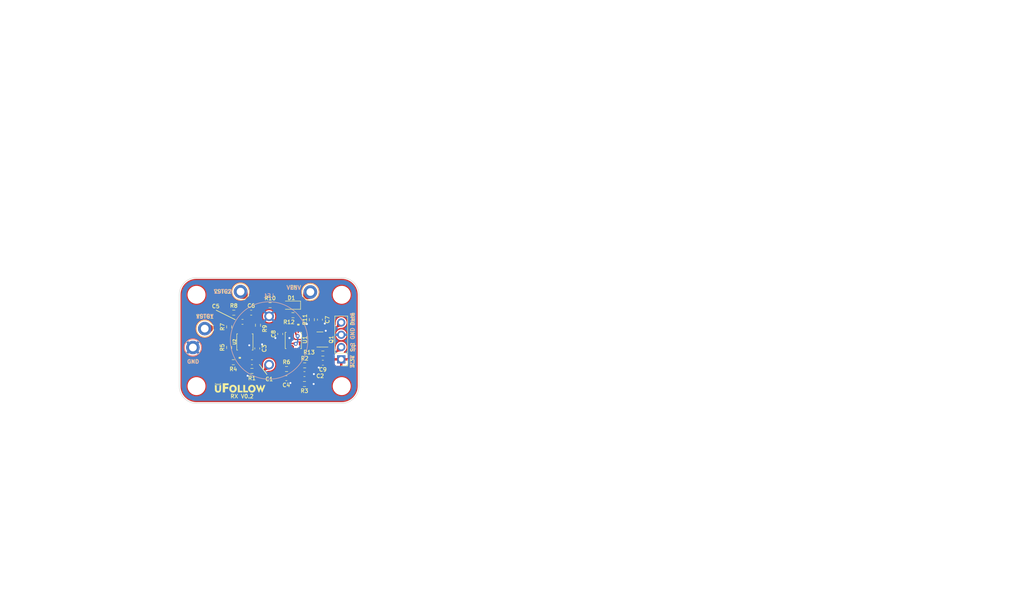
<source format=kicad_pcb>
(kicad_pcb (version 20221018) (generator pcbnew)
  (layers (0 "F.Cu" signal) (31 "B.Cu" signal) (34 "B.Paste" user) (35 "F.Paste" user) (36 "B.SilkS" user "B.Silkscreen") (37 "F.SilkS" user "F.Silkscreen") (38 "B.Mask" user) (39 "F.Mask" user) (44 "Edge.Cuts" user))
  (net 0 "")
  (net 1 "Net-(C1-Pad1)")
  (net 2 "Net-(C1-Pad2)")
  (net 3 "Net-(U1B-+)")
  (net 4 "+3V3")
  (net 5 "Net-(C5-Pad1)")
  (net 6 "Net-(U2B--)")
  (net 7 "Net-(C6-Pad2)")
  (net 8 "Net-(D1-K)")
  (net 9 "Net-(D1-A)")
  (net 10 "/SQUELCH")
  (net 11 "/SIGNALOUT")
  (net 12 "Net-(Q1-B)")
  (net 13 "Net-(Q1-C)")
  (net 14 "Net-(U2A--)")
  (net 15 "Net-(R5-Pad2)")
  (net 16 "Net-(U1B--)")
  (net 17 "VHALF")
  (net 18 "GNDREF")
  (footprint "uFinder:TLV9002SIDGSR" (layer "F.Cu") (at 94.99 100.31 90)
    (fp_text reference "U2" (at 0.01 -2.14 90) (layer "F.SilkS") (effects (font (size 0.6 0.6))))
    (fp_text value "TLV9052SIDGSR" hide)
    (pad "1" smd rect (at -2.213348 -1.000001 90) (size 1.327899 0.2794) (layers "F.Cu" "F.Paste" "F.Mask") (net 15 "Net-(R5-Pad2)"))
    (pad "2" smd rect (at -2.213348 -0.499999 90) (size 1.327899 0.2794) (layers "F.Cu" "F.Paste" "F.Mask") (net 14 "Net-(U2A--)"))
    (pad "3" smd rect (at -2.213348 0 90) (size 1.327899 0.2794) (layers "F.Cu" "F.Paste" "F.Mask") (net 17 "VHALF"))
    (pad "4" smd rect (at -2.213348 0.499999 90) (size 1.327899 0.2794) (layers "F.Cu" "F.Paste" "F.Mask") (net 18 "GNDREF"))
    (pad "5" smd rect (at -2.213348 1.000001 90) (size 1.327899 0.2794) (layers "F.Cu" "F.Paste" "F.Mask") (net 4 "+3V3"))
    (pad "6" smd rect (at 2.213348 1.000001 90) (size 1.327899 0.2794) (layers "F.Cu" "F.Paste" "F.Mask") (net 4 "+3V3"))
    (pad "7" smd rect (at 2.213348 0.499999 90) (size 1.327899 0.2794) (layers "F.Cu" "F.Paste" "F.Mask") (net 17 "VHALF"))
    (pad "8" smd rect (at 2.213348 0 90) (size 1.327899 0.2794) (layers "F.Cu" "F.Paste" "F.Mask") (net 6 "Net-(U2B--)"))
    (pad "9" smd rect (at 2.213348 -0.499999 90) (size 1.327899 0.2794) (layers "F.Cu" "F.Paste" "F.Mask") (net 7 "Net-(C6-Pad2)"))
    (pad "10" smd rect (at 2.213348 -1.000001 90) (size 1.327899 0.2794) (layers "F.Cu" "F.Paste" "F.Mask") (net 4 "+3V3"))
  )
  (footprint "Resistor_SMD:R_0603_1608Metric_Pad0.98x0.95mm_HandSolder" (layer "F.Cu") (at 91.75 101.45 90)
    (fp_text reference "R5" (at 0 -1.43 90) (layer "F.SilkS") (effects (font (size 0.8 0.8))))
    (fp_text value "75K")
    (pad "1" smd roundrect (at -0.9125 0 90) (size 0.975 0.95) (layers "F.Cu" "F.Paste" "F.Mask") (net 14 "Net-(U2A--)"))
    (pad "2" smd roundrect (at 0.9125 0 90) (size 0.975 0.95) (layers "F.Cu" "F.Paste" "F.Mask") (net 15 "Net-(R5-Pad2)"))
  )
  (footprint "Package_TO_SOT_SMD:SOT-23" (layer "F.Cu") (at 110.5 99.8 180)
    (fp_text reference "Q1" (at -2.35 0 270) (layer "F.SilkS") (effects (font (size 0.8 0.8))))
    (fp_text value "BC848BLT3G")
    (pad "1" smd roundrect (at -0.9375 -0.95 180) (size 1.475 0.6) (layers "F.Cu" "F.Paste" "F.Mask") (net 12 "Net-(Q1-B)"))
    (pad "2" smd roundrect (at -0.9375 0.95 180) (size 1.475 0.6) (layers "F.Cu" "F.Paste" "F.Mask") (net 18 "GNDREF"))
    (pad "3" smd roundrect (at 0.9375 0 180) (size 1.475 0.6) (layers "F.Cu" "F.Paste" "F.Mask") (net 13 "Net-(Q1-C)"))
  )
  (footprint "uFinder:uFollowLogo" (layer "F.Cu") (at 95.803841 109.5)
    (fp_text reference "L1" hide)
    (fp_text value "~" hide)
  )
  (footprint "Capacitor_SMD:C_0603_1608Metric_Pad1.08x0.95mm_HandSolder" (layer "F.Cu") (at 96.45 104.5 180)
    (fp_text reference "C1" (at -3.575 -3.5 180) (layer "F.SilkS") (effects (font (size 0.8 0.8))))
    (fp_text value "3.3nF")
    (pad "1" smd roundrect (at -0.8625 0 180) (size 1.075 0.95) (layers "F.Cu" "F.Paste" "F.Mask") (net 1 "Net-(C1-Pad1)"))
    (pad "2" smd roundrect (at 0.8625 0 180) (size 1.075 0.95) (layers "F.Cu" "F.Paste" "F.Mask") (net 2 "Net-(C1-Pad2)"))
  )
  (footprint "MountingHole:MountingHole_3.2mm_M3" (layer "F.Cu") (at 85 90.556)
    (fp_text reference "H5" hide)
    (fp_text value "MountingHole" hide)
    (pad "" np_thru_hole circle (at 0 0) (size 3.2 3.2) (drill 3.2) (layers "*.Cu" "*.Mask"))
  )
  (footprint "MountingHole:MountingHole_3.2mm_M3" (layer "F.Cu") (at 85 109.444)
    (fp_text reference "H4" hide)
    (fp_text value "MountingHole" hide)
    (pad "" np_thru_hole circle (at 0 0) (size 3.2 3.2) (drill 3.2) (layers "*.Cu" "*.Mask"))
  )
  (footprint "Resistor_SMD:R_0603_1608Metric_Pad0.98x0.95mm_HandSolder" (layer "F.Cu") (at 108.825 95.7 90)
    (fp_text reference "R11" (at 0 -1.43 90) (layer "F.SilkS") (effects (font (size 0.8 0.8))))
    (fp_text value "75K")
    (pad "1" smd roundrect (at -0.9125 0 90) (size 0.975 0.95) (layers "F.Cu" "F.Paste" "F.Mask") (net 18 "GNDREF"))
    (pad "2" smd roundrect (at 0.9125 0 90) (size 0.975 0.95) (layers "F.Cu" "F.Paste" "F.Mask") (net 8 "Net-(D1-K)"))
  )
  (footprint "Capacitor_SMD:C_0603_1608Metric_Pad1.08x0.95mm_HandSolder" (layer "F.Cu") (at 110.5 95.7 90)
    (fp_text reference "C7" (at 0 1.55 90) (layer "F.SilkS") (effects (font (size 0.8 0.8))))
    (fp_text value "3.3nF")
    (pad "1" smd roundrect (at -0.8625 0 90) (size 1.075 0.95) (layers "F.Cu" "F.Paste" "F.Mask") (net 18 "GNDREF"))
    (pad "2" smd roundrect (at 0.8625 0 90) (size 1.075 0.95) (layers "F.Cu" "F.Paste" "F.Mask") (net 8 "Net-(D1-K)"))
  )
  (footprint "Resistor_SMD:R_0603_1608Metric_Pad0.98x0.95mm_HandSolder" (layer "F.Cu") (at 111.1 102.7)
    (fp_text reference "R13" (at -2.85 -0.25) (layer "F.SilkS") (effects (font (size 0.8 0.8))))
    (fp_text value "10K")
    (pad "1" smd roundrect (at -0.9125 0) (size 0.975 0.95) (layers "F.Cu" "F.Paste" "F.Mask") (net 12 "Net-(Q1-B)"))
    (pad "2" smd roundrect (at 0.9125 0) (size 0.975 0.95) (layers "F.Cu" "F.Paste" "F.Mask") (net 10 "/SQUELCH"))
  )
  (footprint "TestPoint:TestPoint_Keystone_5005-5009_Compact" (layer "F.Cu") (at 86.7 97.55)
    (fp_text reference "TP1" hide)
    (fp_text value "TestPoint")
    (pad "1" thru_hole circle (at 0 0) (size 2.8 2.8) (drill 1.6) (layers "*.Cu" "*.Mask") (net 15 "Net-(R5-Pad2)"))
  )
  (footprint "Resistor_SMD:R_0603_1608Metric_Pad0.98x0.95mm_HandSolder" (layer "F.Cu") (at 103.6 105.9)
    (fp_text reference "R6" (at 0 -1.43) (layer "F.SilkS") (effects (font (size 0.8 0.8))))
    (fp_text value "1K")
    (pad "1" smd roundrect (at -0.9125 0) (size 0.975 0.95) (layers "F.Cu" "F.Paste" "F.Mask") (net 17 "VHALF"))
    (pad "2" smd roundrect (at 0.9125 0) (size 0.975 0.95) (layers "F.Cu" "F.Paste" "F.Mask") (net 16 "Net-(U1B--)"))
  )
  (footprint "Resistor_SMD:R_0603_1608Metric_Pad0.98x0.95mm_HandSolder" (layer "F.Cu") (at 92.6 104.5 180)
    (fp_text reference "R4" (at 0 -1.43 180) (layer "F.SilkS") (effects (font (size 0.8 0.8))))
    (fp_text value "3.3K")
    (pad "1" smd roundrect (at -0.9125 0 180) (size 0.975 0.95) (layers "F.Cu" "F.Paste" "F.Mask") (net 2 "Net-(C1-Pad2)"))
    (pad "2" smd roundrect (at 0.9125 0 180) (size 0.975 0.95) (layers "F.Cu" "F.Paste" "F.Mask") (net 14 "Net-(U2A--)"))
  )
  (footprint "uFinder:TLV9002SIDGSR" (layer "F.Cu") (at 105 100 -90)
    (fp_text reference "U1" (at -0.15 -2.4 90) (layer "F.SilkS") (effects (font (size 0.8 0.8))))
    (fp_text value "TLV9052SIDGSR" hide)
    (pad "1" smd rect (at -2.213348 -1.000001 270) (size 1.327899 0.2794) (layers "F.Cu" "F.Paste" "F.Mask") (net 11 "/SIGNALOUT"))
    (pad "2" smd rect (at -2.213348 -0.499999 270) (size 1.327899 0.2794) (layers "F.Cu" "F.Paste" "F.Mask") (net 17 "VHALF"))
    (pad "3" smd rect (at -2.213348 0 270) (size 1.327899 0.2794) (layers "F.Cu" "F.Paste" "F.Mask") (net 13 "Net-(Q1-C)"))
    (pad "4" smd rect (at -2.213348 0.499999 270) (size 1.327899 0.2794) (layers "F.Cu" "F.Paste" "F.Mask") (net 18 "GNDREF"))
    (pad "5" smd rect (at -2.213348 1.000001 270) (size 1.327899 0.2794) (layers "F.Cu" "F.Paste" "F.Mask") (net 4 "+3V3"))
    (pad "6" smd rect (at 2.213348 1.000001 270) (size 1.327899 0.2794) (layers "F.Cu" "F.Paste" "F.Mask") (net 4 "+3V3"))
    (pad "7" smd rect (at 2.213348 0.499999 270) (size 1.327899 0.2794) (layers "F.Cu" "F.Paste" "F.Mask") (net 3 "Net-(U1B-+)"))
    (pad "8" smd rect (at 2.213348 0 270) (size 1.327899 0.2794) (layers "F.Cu" "F.Paste" "F.Mask") (net 16 "Net-(U1B--)"))
    (pad "9" smd rect (at 2.213348 -0.499999 270) (size 1.327899 0.2794) (layers "F.Cu" "F.Paste" "F.Mask") (net 16 "Net-(U1B--)"))
    (pad "10" smd rect (at 2.213348 -1.000001 270) (size 1.327899 0.2794) (layers "F.Cu" "F.Paste" "F.Mask") (net 4 "+3V3"))
  )
  (footprint "Resistor_SMD:R_0603_1608Metric_Pad0.98x0.95mm_HandSolder" (layer "F.Cu") (at 104.925 94.775 180)
    (fp_text reference "R12" (at 0.825 -1.425) (layer "F.SilkS") (effects (font (size 0.8 0.8))))
    (fp_text value "10K")
    (pad "1" smd roundrect (at -0.9125 0 180) (size 0.975 0.95) (layers "F.Cu" "F.Paste" "F.Mask") (net 8 "Net-(D1-K)"))
    (pad "2" smd roundrect (at 0.9125 0 180) (size 0.975 0.95) (layers "F.Cu" "F.Paste" "F.Mask") (net 13 "Net-(Q1-C)"))
  )
  (footprint "Capacitor_SMD:C_0603_1608Metric_Pad1.08x0.95mm_HandSolder" (layer "F.Cu") (at 107.3 106.95 180)
    (fp_text reference "C2" (at -3.25 -0.4 180) (layer "F.SilkS") (effects (font (size 0.8 0.8))))
    (fp_text value "1uF")
    (pad "1" smd roundrect (at -0.8625 0 180) (size 1.075 0.95) (layers "F.Cu" "F.Paste" "F.Mask") (net 18 "GNDREF"))
    (pad "2" smd roundrect (at 0.8625 0 180) (size 1.075 0.95) (layers "F.Cu" "F.Paste" "F.Mask") (net 3 "Net-(U1B-+)"))
  )
  (footprint "Capacitor_SMD:C_0603_1608Metric_Pad1.08x0.95mm_HandSolder" (layer "F.Cu") (at 94.5 96.15)
    (fp_text reference "C5" (at -5.525 -3.225) (layer "F.SilkS") (effects (font (size 0.8 0.8))))
    (fp_text value "390pF")
    (pad "1" smd roundrect (at -0.8625 0) (size 1.075 0.95) (layers "F.Cu" "F.Paste" "F.Mask") (net 5 "Net-(C5-Pad1)"))
    (pad "2" smd roundrect (at 0.8625 0) (size 1.075 0.95) (layers "F.Cu" "F.Paste" "F.Mask") (net 6 "Net-(U2B--)"))
  )
  (footprint "MountingHole:MountingHole_3.2mm_M3" (layer "F.Cu") (at 115 90.556)
    (fp_text reference "H3" hide)
    (fp_text value "MountingHole" hide)
    (pad "" np_thru_hole circle (at 0 0) (size 3.2 3.2) (drill 3.2) (layers "*.Cu" "*.Mask"))
  )
  (footprint "Capacitor_SMD:C_0603_1608Metric_Pad1.08x0.95mm_HandSolder" (layer "F.Cu") (at 111.1 104.6 180)
    (fp_text reference "C9" (at 0 -1.43) (layer "F.SilkS") (effects (font (size 0.8 0.8))))
    (fp_text value "1uF")
    (pad "1" smd roundrect (at -0.8625 0 180) (size 1.075 0.95) (layers "F.Cu" "F.Paste" "F.Mask") (net 4 "+3V3"))
    (pad "2" smd roundrect (at 0.8625 0 180) (size 1.075 0.95) (layers "F.Cu" "F.Paste" "F.Mask") (net 18 "GNDREF"))
  )
  (footprint "Resistor_SMD:R_0603_1608Metric_Pad0.98x0.95mm_HandSolder" (layer "F.Cu") (at 92.7 94.25)
    (fp_text reference "R8" (at 0 -1.43) (layer "F.SilkS") (effects (font (size 0.8 0.8))))
    (fp_text value "1K")
    (pad "1" smd roundrect (at -0.9125 0) (size 0.975 0.95) (layers "F.Cu" "F.Paste" "F.Mask") (net 4 "+3V3"))
    (pad "2" smd roundrect (at 0.9125 0) (size 0.975 0.95) (layers "F.Cu" "F.Paste" "F.Mask") (net 5 "Net-(C5-Pad1)"))
  )
  (footprint "Resistor_SMD:R_0603_1608Metric_Pad0.98x0.95mm_HandSolder" (layer "F.Cu") (at 107.3 109 180)
    (fp_text reference "R3" (at 0 -1.43 180) (layer "F.SilkS") (effects (font (size 0.8 0.8))))
    (fp_text value "10K")
    (pad "1" smd roundrect (at -0.9125 0 180) (size 0.975 0.95) (layers "F.Cu" "F.Paste" "F.Mask") (net 18 "GNDREF"))
    (pad "2" smd roundrect (at 0.9125 0 180) (size 0.975 0.95) (layers "F.Cu" "F.Paste" "F.Mask") (net 3 "Net-(U1B-+)"))
  )
  (footprint "Resistor_SMD:R_0603_1608Metric_Pad0.98x0.95mm_HandSolder" (layer "F.Cu") (at 96.45 106.3)
    (fp_text reference "R1" (at 0 1.5) (layer "F.SilkS") (effects (font (size 0.8 0.8))))
    (fp_text value "10K")
    (pad "1" smd roundrect (at -0.9125 0) (size 0.975 0.95) (layers "F.Cu" "F.Paste" "F.Mask") (net 18 "GNDREF"))
    (pad "2" smd roundrect (at 0.9125 0) (size 0.975 0.95) (layers "F.Cu" "F.Paste" "F.Mask") (net 1 "Net-(C1-Pad1)"))
  )
  (footprint "Resistor_SMD:R_0603_1608Metric_Pad0.98x0.95mm_HandSolder" (layer "F.Cu") (at 97.7 96.85 90)
    (fp_text reference "R9" (at -0.7 1.4 90) (layer "F.SilkS") (effects (font (size 0.8 0.8))))
    (fp_text value "75K")
    (pad "1" smd roundrect (at -0.9125 0 90) (size 0.975 0.95) (layers "F.Cu" "F.Paste" "F.Mask") (net 6 "Net-(U2B--)"))
    (pad "2" smd roundrect (at 0.9125 0 90) (size 0.975 0.95) (layers "F.Cu" "F.Paste" "F.Mask") (net 7 "Net-(C6-Pad2)"))
  )
  (footprint "Capacitor_SMD:C_0603_1608Metric_Pad1.08x0.95mm_HandSolder" (layer "F.Cu") (at 97.55 101.65 90)
    (fp_text reference "C3" (at 0 1.45 90) (layer "F.SilkS") (effects (font (size 0.8 0.8))))
    (fp_text value "01.uF")
    (pad "1" smd roundrect (at -0.8625 0 90) (size 1.075 0.95) (layers "F.Cu" "F.Paste" "F.Mask") (net 4 "+3V3"))
    (pad "2" smd roundrect (at 0.8625 0 90) (size 1.075 0.95) (layers "F.Cu" "F.Paste" "F.Mask") (net 18 "GNDREF"))
  )
  (footprint "TestPoint:TestPoint_Keystone_5005-5009_Compact" (layer "F.Cu") (at 94.1 89.9)
    (fp_text reference "TP2" hide)
    (fp_text value "TestPoint")
    (pad "1" thru_hole circle (at 0 0) (size 2.8 2.8) (drill 1.6) (layers "*.Cu" "*.Mask") (net 7 "Net-(C6-Pad2)"))
  )
  (footprint "Diode_SMD:D_SOD-323_HandSoldering" (layer "F.Cu") (at 104.6 92.7 180)
    (fp_text reference "D1" (at 0 1.5) (layer "F.SilkS") (effects (font (size 0.8 0.8))))
    (fp_text value "CUS05S30,H3F")
    (pad "1" smd rect (at -1.25 0 180) (size 1 1) (layers "F.Cu" "F.Paste" "F.Mask") (net 8 "Net-(D1-K)"))
    (pad "2" smd rect (at 1.25 0 180) (size 1 1) (layers "F.Cu" "F.Paste" "F.Mask") (net 9 "Net-(D1-A)"))
  )
  (footprint "Capacitor_SMD:C_0603_1608Metric_Pad1.08x0.95mm_HandSolder" (layer "F.Cu") (at 96.3 94.25)
    (fp_text reference "C6" (at 0 -1.43) (layer "F.SilkS") (effects (font (size 0.8 0.8))))
    (fp_text value "390pF")
    (pad "1" smd roundrect (at -0.8625 0) (size 1.075 0.95) (layers "F.Cu" "F.Paste" "F.Mask") (net 5 "Net-(C5-Pad1)"))
    (pad "2" smd roundrect (at 0.8625 0) (size 1.075 0.95) (layers "F.Cu" "F.Paste" "F.Mask") (net 7 "Net-(C6-Pad2)"))
  )
  (footprint "Capacitor_SMD:C_0603_1608Metric_Pad1.08x0.95mm_HandSolder" (layer "F.Cu") (at 103.55 107.8 180)
    (fp_text reference "C4" (at 0 -1.43) (layer "F.SilkS") (effects (font (size 0.8 0.8))))
    (fp_text value "1uF")
    (pad "1" smd roundrect (at -0.8625 0 180) (size 1.075 0.95) (layers "F.Cu" "F.Paste" "F.Mask") (net 18 "GNDREF"))
    (pad "2" smd roundrect (at 0.8625 0 180) (size 1.075 0.95) (layers "F.Cu" "F.Paste" "F.Mask") (net 17 "VHALF"))
  )
  (footprint "Resistor_SMD:R_0603_1608Metric_Pad0.98x0.95mm_HandSolder" (layer "F.Cu") (at 91.75 97.2 90)
    (fp_text reference "R7" (at 0 -1.4 90) (layer "F.SilkS") (effects (font (size 0.8 0.8))))
    (fp_text value "4.7K")
    (pad "1" smd roundrect (at -0.9125 0 90) (size 0.975 0.95) (layers "F.Cu" "F.Paste" "F.Mask") (net 15 "Net-(R5-Pad2)"))
    (pad "2" smd roundrect (at 0.9125 0 90) (size 0.975 0.95) (layers "F.Cu" "F.Paste" "F.Mask") (net 5 "Net-(C5-Pad1)"))
  )
  (footprint "Resistor_SMD:R_0603_1608Metric_Pad0.98x0.95mm_HandSolder" (layer "F.Cu") (at 100.2 92.7)
    (fp_text reference "R10" (at 0 -1.43) (layer "F.SilkS") (effects (font (size 0.8 0.8))))
    (fp_text value "1K")
    (pad "1" smd roundrect (at -0.9125 0) (size 0.975 0.95) (layers "F.Cu" "F.Paste" "F.Mask") (net 7 "Net-(C6-Pad2)"))
    (pad "2" smd roundrect (at 0.9125 0) (size 0.975 0.95) (layers "F.Cu" "F.Paste" "F.Mask") (net 9 "Net-(D1-A)"))
  )
  (footprint "Capacitor_SMD:C_0603_1608Metric_Pad1.08x0.95mm_HandSolder" (layer "F.Cu") (at 102.3 98.65 -90)
    (fp_text reference "C8" (at 0 1.4 90) (layer "F.SilkS") (effects (font (size 0.8 0.8))))
    (fp_text value "01.uF")
    (pad "1" smd roundrect (at -0.8625 0 270) (size 1.075 0.95) (layers "F.Cu" "F.Paste" "F.Mask") (net 4 "+3V3"))
    (pad "2" smd roundrect (at 0.8625 0 270) (size 1.075 0.95) (layers "F.Cu" "F.Paste" "F.Mask") (net 18 "GNDREF"))
  )
  (footprint "Resistor_SMD:R_0603_1608Metric_Pad0.98x0.95mm_HandSolder" (layer "F.Cu") (at 107.35 105.15)
    (fp_text reference "R2" (at 0 -1.43) (layer "F.SilkS") (effects (font (size 0.8 0.8))))
    (fp_text value "10K")
    (pad "1" smd roundrect (at -0.9125 0) (size 0.975 0.95) (layers "F.Cu" "F.Paste" "F.Mask") (net 3 "Net-(U1B-+)"))
    (pad "2" smd roundrect (at 0.9125 0) (size 0.975 0.95) (layers "F.Cu" "F.Paste" "F.Mask") (net 4 "+3V3"))
  )
  (footprint "TestPoint:TestPoint_Keystone_5005-5009_Compact" (layer "F.Cu") (at 108.525 89.975)
    (fp_text reference "TP3" hide)
    (fp_text value "TestPoint")
    (pad "1" thru_hole circle (at 0 0) (size 2.8 2.8) (drill 1.6) (layers "*.Cu" "*.Mask") (net 8 "Net-(D1-K)"))
  )
  (footprint "Connector_PinHeader_2.54mm:PinHeader_1x04_P2.54mm_Vertical" (layer "F.Cu") (at 114.9 103.9 180)
    (fp_text reference "J1" hide)
    (fp_text value "Header")
    (pad "1" thru_hole rect (at 0 0 180) (size 1.7 1.7) (drill 1) (layers "*.Cu" "*.Mask") (net 4 "+3V3"))
    (pad "2" thru_hole oval (at 0 2.54 180) (size 1.7 1.7) (drill 1) (layers "*.Cu" "*.Mask") (net 10 "/SQUELCH"))
    (pad "3" thru_hole oval (at 0 5.08 180) (size 1.7 1.7) (drill 1) (layers "*.Cu" "*.Mask") (net 18 "GNDREF"))
    (pad "4" thru_hole oval (at 0 7.62 180) (size 1.7 1.7) (drill 1) (layers "*.Cu" "*.Mask") (net 11 "/SIGNALOUT"))
  )
  (footprint "MountingHole:MountingHole_3.2mm_M3" (layer "F.Cu") (at 115 109.444)
    (fp_text reference "H2" hide)
    (fp_text value "MountingHole" hide)
    (pad "" np_thru_hole circle (at 0 0) (size 3.2 3.2) (drill 3.2) (layers "*.Cu" "*.Mask"))
  )
  (footprint "TestPoint:TestPoint_Keystone_5005-5009_Compact" (layer "B.Cu") (at 84.25 101.45 180)
    (fp_text reference "TP5" hide)
    (fp_text value "TestPoint" hide)
    (pad "1" thru_hole circle (at 0 0 180) (size 2.8 2.8) (drill 1.6) (layers "*.Cu" "*.Mask") (net 18 "GNDREF"))
  )
  (footprint "uFinder:ULTRASONIC_16MM" (layer "B.Cu") (at 100 100 180)
    (fp_text reference "LS1" (at 0.075 9.25) (layer "B.SilkS") (effects (font (size 0.8 0.8) (thickness 0.127)) (justify mirror)))
    (fp_text value "USTransducer")
    (pad "1" thru_hole circle locked (at 0 5 180) (size 2 2) (drill 1.25) (layers "*.Cu" "*.Mask") (net 18 "GNDREF"))
    (pad "2" thru_hole circle locked (at 0 -5 180) (size 2 2) (drill 1.25) (layers "*.Cu" "*.Mask") (net 1 "Net-(C1-Pad1)"))
  )
  (gr_line (start 89.075 93.75) (end 93 95.7) (stroke (width 0.15)) (layer "F.SilkS"))
  (gr_line (start 98 104.975) (end 99.55 107.05) (stroke (width 0.15)) (layer "F.SilkS"))
  (gr_line (start 85 87) (end 115 87) (stroke (width 0.1)) (layer "Edge.Cuts"))
  (gr_arc (start 115 87) (mid 117.514472 88.041528) (end 118.556 90.556) (stroke (width 0.1)) (layer "Edge.Cuts"))
  (gr_line (start 81.444 90.556) (end 81.444 109.444) (stroke (width 0.1)) (layer "Edge.Cuts"))
  (gr_arc (start 81.444 90.556) (mid 82.485528 88.041528) (end 85 87) (stroke (width 0.1)) (layer "Edge.Cuts"))
  (gr_arc (start 118.556 109.444) (mid 117.514472 111.958472) (end 115 113) (stroke (width 0.1)) (layer "Edge.Cuts"))
  (gr_line (start 115 113) (end 85 113) (stroke (width 0.1)) (layer "Edge.Cuts"))
  (gr_line (start 118.556 90.556) (end 118.556 109.444) (stroke (width 0.1)) (layer "Edge.Cuts"))
  (gr_arc (start 85 113) (mid 82.485528 111.958472) (end 81.444 109.444) (stroke (width 0.1)) (layer "Edge.Cuts"))
  (gr_text "Sql" (at 117.25 101.4 90) (layer "B.SilkS") (effects (font (size 0.8 0.8)) (justify mirror)))
  (gr_text "3.3V" (at 117.2 104.375 90) (layer "B.SilkS") (effects (font (size 0.8 0.8)) (justify mirror)))
  (gr_text "VSTG1" (at 86.7 95) (layer "B.SilkS") (effects (font (size 0.8 0.8)) (justify mirror)))
  (gr_text "GND" (at 117.25 98.575 90) (layer "B.SilkS") (effects (font (size 0.8 0.8)) (justify mirror)))
  (gr_text "GND" (at 84.3 104.375) (layer "B.SilkS") (effects (font (size 0.8 0.8)) (justify mirror)))
  (gr_text "VENV" (at 105.1 89.1) (layer "B.SilkS") (effects (font (size 0.8 0.8)) (justify mirror)))
  (gr_text "VSTG2" (at 90.399214 89.881495) (layer "B.SilkS") (effects (font (size 0.8 0.8)) (justify mirror)))
  (gr_text "Data" (at 117.25 95.598 90) (layer "B.SilkS") (effects (font (size 0.8 0.8)) (justify mirror)))
  (gr_text "VSTG1" (at 86.75 95.05) (layer "F.SilkS") (effects (font (size 0.8 0.8))))
  (gr_text "VENV" (at 105.1 89.05) (layer "F.SilkS") (effects (font (size 0.8 0.8))))
  (gr_text "GND" (at 117.25 98.575 90) (layer "F.SilkS") (effects (font (size 0.8 0.8))))
  (gr_text "VSTG2" (at 90.4 89.9) (layer "F.SilkS") (effects (font (size 0.8 0.8))))
  (gr_text "RX V0.2" (at 94.4 111.55) (layer "F.SilkS") (effects (font (size 0.8 0.8))))
  (gr_text "Sql" (at 117.25 101.4 90) (layer "F.SilkS") (effects (font (size 0.8 0.8))))
  (gr_text "Data" (at 117.25 95.55 90) (layer "F.SilkS") (effects (font (size 0.8 0.8))))
  (gr_text "GND" (at 84.3 104.375) (layer "F.SilkS") (effects (font (size 0.8 0.8))))
  (gr_text "3.3V" (at 117.2 104.375 90) (layer "F.SilkS") (effects (font (size 0.8 0.8))))
  (segment (start 100 105) (end 98.7 106.3) (width 0.25) (layer "F.Cu") (net 1))
  (segment (start 97.3625 104.55) (end 97.3125 104.5) (width 0.25) (layer "F.Cu") (net 1))
  (segment (start 97.3625 106.3) (end 97.3625 104.55) (width 0.25) (layer "F.Cu") (net 1))
  (segment (start 98.7 106.3) (end 97.3625 106.3) (width 0.25) (layer "F.Cu") (net 1))
  (segment (start 93.5125 104.5) (end 95.5875 104.5) (width 0.25) (layer "F.Cu") (net 2))
  (segment (start 106.4375 106.95) (end 106.4375 105.15) (width 0.25) (layer "F.Cu") (net 3))
  (segment (start 106.4375 105.15) (end 104.500001 103.212501) (width 0.25) (layer "F.Cu") (net 3))
  (segment (start 106.3875 107) (end 106.4375 106.95) (width 0.25) (layer "F.Cu") (net 3))
  (segment (start 106.3875 109) (end 106.3875 107) (width 0.25) (layer "F.Cu") (net 3))
  (segment (start 104.500001 103.212501) (end 104.500001 102.213348) (width 0.25) (layer "F.Cu") (net 3))
  (segment (start 91.8375 96.2) (end 93.5875 96.2) (width 0.25) (layer "F.Cu") (net 5))
  (segment (start 91.75 96.2875) (end 91.8375 96.2) (width 0.25) (layer "F.Cu") (net 5))
  (segment (start 93.6125 96.125) (end 93.6375 96.15) (width 0.25) (layer "F.Cu") (net 5))
  (segment (start 93.5875 96.2) (end 93.6375 96.15) (width 0.25) (layer "F.Cu") (net 5))
  (segment (start 93.6125 94.25) (end 93.6125 96.125) (width 0.25) (layer "F.Cu") (net 5))
  (segment (start 93.6125 94.25) (end 95.4375 94.25) (width 0.25) (layer "F.Cu") (net 5))
  (segment (start 94.99 98.096652) (end 94.99 97.16) (width 0.25) (layer "F.Cu") (net 6))
  (segment (start 96.0875 96.15) (end 97.7 97.7625) (width 0.25) (layer "F.Cu") (net 6))
  (segment (start 94.99 97.16) (end 95.3625 96.7875) (width 0.25) (layer "F.Cu") (net 6))
  (segment (start 95.3625 96.7875) (end 95.3625 96.15) (width 0.25) (layer "F.Cu") (net 6))
  (segment (start 95.3625 96.15) (end 96.0875 96.15) (width 0.25) (layer "F.Cu") (net 6))
  (segment (start 97.1625 93.2375) (end 97.1625 92.9625) (width 0.25) (layer "F.Cu") (net 7))
  (segment (start 96.2625 95.15) (end 97.1625 94.25) (width 0.25) (layer "F.Cu") (net 7))
  (segment (start 95 95.15) (end 96.2625 95.15) (width 0.25) (layer "F.Cu") (net 7))
  (segment (start 97.1625 93.2375) (end 98.75 93.2375) (width 0.25) (layer "F.Cu") (net 7))
  (segment (start 94.50048 98.086173) (end 94.50048 95.64952) (width 0.25) (layer "F.Cu") (net 7))
  (segment (start 97.1625 92.9625) (end 94.1 89.9) (width 0.25) (layer "F.Cu") (net 7))
  (segment (start 97.7 95.35) (end 97.1625 94.8125) (width 0.25) (layer "F.Cu") (net 7))
  (segment (start 97.1625 94.8125) (end 97.1625 94.25) (width 0.25) (layer "F.Cu") (net 7))
  (segment (start 94.50048 95.64952) (end 95 95.15) (width 0.25) (layer "F.Cu") (net 7))
  (segment (start 97.1625 94.25) (end 97.1625 93.2375) (width 0.25) (layer "F.Cu") (net 7))
  (segment (start 98.75 93.2375) (end 99.2875 92.7) (width 0.25) (layer "F.Cu") (net 7))
  (segment (start 94.490001 98.096652) (end 94.50048 98.086173) (width 0.25) (layer "F.Cu") (net 7))
  (segment (start 97.7 95.9375) (end 97.7 95.35) (width 0.25) (layer "F.Cu") (net 7))
  (segment (start 108.825 94.7875) (end 110.45 94.7875) (width 0.25) (layer "F.Cu") (net 8))
  (segment (start 105.8375 94.775) (end 105.8375 92.7125) (width 0.25) (layer "F.Cu") (net 8))
  (segment (start 110.45 94.7875) (end 110.5 94.8375) (width 0.25) (layer "F.Cu") (net 8))
  (segment (start 105.8375 92.7125) (end 105.85 92.7) (width 0.25) (layer "F.Cu") (net 8))
  (segment (start 105.8375 94.775) (end 108.8125 94.775) (width 0.25) (layer "F.Cu") (net 8))
  (segment (start 105.85 92.65) (end 108.525 89.975) (width 0.25) (layer "F.Cu") (net 8))
  (segment (start 105.85 92.7) (end 105.85 92.65) (width 0.25) (layer "F.Cu") (net 8))
  (segment (start 108.8125 94.775) (end 108.825 94.7875) (width 0.25) (layer "F.Cu") (net 8))
  (segment (start 101.1125 92.7) (end 103.35 92.7) (width 0.25) (layer "F.Cu") (net 9))
  (segment (start 113.56 102.7) (end 114.9 101.36) (width 0.25) (layer "F.Cu") (net 10))
  (segment (start 112.0125 102.7) (end 113.56 102.7) (width 0.25) (layer "F.Cu") (net 10))
  (segment (start 111.399897 97.275489) (end 113.904511 97.275489) (width 0.25) (layer "F.Cu") (net 11))
  (segment (start 113.904511 97.275489) (end 114.9 96.28) (width 0.25) (layer "F.Cu") (net 11))
  (segment (start 110.888734 97.786652) (end 111.399897 97.275489) (width 0.25) (layer "F.Cu") (net 11))
  (segment (start 106.000001 97.786652) (end 110.888734 97.786652) (width 0.25) (layer "F.Cu") (net 11))
  (segment (start 110.2 101.3) (end 110.75 100.75) (width 0.25) (layer "F.Cu") (net 12))
  (segment (start 110.1875 102.7) (end 110.2 102.6875) (width 0.25) (layer "F.Cu") (net 12))
  (segment (start 110.75 100.75) (end 111.4375 100.75) (width 0.25) (layer "F.Cu") (net 12))
  (segment (start 110.2 102.6875) (end 110.2 101.3) (width 0.25) (layer "F.Cu") (net 12))
  (segment (start 105 96.875) (end 105 97.786652) (width 0.25) (layer "F.Cu") (net 13))
  (segment (start 104.0125 94.775) (end 104.0125 95.8875) (width 0.25) (layer "F.Cu") (net 13))
  (segment (start 104.0125 95.8875) (end 105 96.875) (width 0.25) (layer "F.Cu") (net 13))
  (segment (start 105.4 99.8) (end 105 99.4) (width 0.25) (layer "F.Cu") (net 13))
  (segment (start 105 99.4) (end 105 97.786652) (width 0.25) (layer "F.Cu") (net 13))
  (segment (start 109.5625 99.8) (end 105.4 99.8) (width 0.25) (layer "F.Cu") (net 13))
  (segment (start 91.6875 102.425) (end 91.75 102.3625) (width 0.25) (layer "F.Cu") (net 14))
  (segment (start 91.6875 103.5125) (end 91.6875 102.425) (width 0.25) (layer "F.Cu") (net 14))
  (segment (start 94.490001 102.523348) (end 94.490001 103.426017) (width 0.25) (layer "F.Cu") (net 14))
  (segment (start 94.490001 103.426017) (end 94.403518 103.5125) (width 0.25) (layer "F.Cu") (net 14))
  (segment (start 91.6875 104.5) (end 91.6875 103.5125) (width 0.25) (layer "F.Cu") (net 14))
  (segment (start 94.403518 103.5125) (end 91.6875 103.5125) (width 0.25) (layer "F.Cu") (net 14))
  (segment (start 93.989999 100.989999) (end 93.5375 100.5375) (width 0.25) (layer "F.Cu") (net 15))
  (segment (start 89.8625 98.1125) (end 89.3 97.55) (width 0.25) (layer "F.Cu") (net 15))
  (segment (start 91.75 98.1125) (end 89.8625 98.1125) (width 0.25) (layer "F.Cu") (net 15))
  (segment (start 93.989999 102.523348) (end 93.989999 100.989999) (width 0.25) (layer "F.Cu") (net 15))
  (segment (start 89.3 97.55) (end 86.7 97.55) (width 0.25) (layer "F.Cu") (net 15))
  (segment (start 91.75 100.5375) (end 91.75 98.1125) (width 0.25) (layer "F.Cu") (net 15))
  (segment (start 93.5375 100.5375) (end 91.75 100.5375) (width 0.25) (layer "F.Cu") (net 15))
  (segment (start 105 102.213348) (end 105.499999 102.213348) (width 0.25) (layer "F.Cu") (net 16))
  (segment (start 103.2 104.5875) (end 104.5125 105.9) (width 0.25) (layer "F.Cu") (net 16))
  (segment (start 104.788844 101.04952) (end 103.711156 101.04952) (width 0.25) (layer "F.Cu") (net 16))
  (segment (start 103.711156 101.04952) (end 103.2 101.560676) (width 0.25) (layer "F.Cu") (net 16))
  (segment (start 103.2 101.560676) (end 103.2 104.5875) (width 0.25) (layer "F.Cu") (net 16))
  (segment (start 105 101.260676) (end 104.788844 101.04952) (width 0.25) (layer "F.Cu") (net 16))
  (segment (start 105 102.213348) (end 105 101.260676) (width 0.25) (layer "F.Cu") (net 16))
  (segment (start 99.589999 99.289999) (end 95.489999 99.289999) (width 0.25) (layer "F.Cu") (net 17))
  (segment (start 102.6875 105.9) (end 102.7 105.8875) (width 0.25) (layer "F.Cu") (net 17))
  (segment (start 100.9 100.6) (end 99.589999 99.289999) (width 0.25) (layer "F.Cu") (net 17))
  (segment (start 94.99 100.31) (end 95.489999 99.810001) (width 0.25) (layer "F.Cu") (net 17))
  (segment (start 105.5 100.7) (end 105.4 100.6) (width 0.25) (layer "F.Cu") (net 17))
  (segment (start 95.489999 99.289999) (end 95.489999 98.096652) (width 0.25) (layer "F.Cu") (net 17))
  (segment (start 105.4 100.6) (end 102.7 100.6) (width 0.25) (layer "F.Cu") (net 17))
  (segment (start 102.7 100.6) (end 100.9 100.6) (width 0.25) (layer "F.Cu") (net 17))
  (segment (start 94.99 102.523348) (end 94.99 100.31) (width 0.25) (layer "F.Cu") (net 17))
  (segment (start 105.499999 97.786652) (end 105.499999 98.675499) (width 0.25) (layer "F.Cu") (net 17))
  (segment (start 95.489999 99.810001) (end 95.489999 99.289999) (width 0.25) (layer "F.Cu") (net 17))
  (segment (start 102.6875 107.8) (end 102.6875 105.9) (width 0.25) (layer "F.Cu") (net 17))
  (segment (start 105.499999 98.675499) (end 105.9 99.0755) (width 0.25) (layer "F.Cu") (net 17))
  (segment (start 102.7 105.8875) (end 102.7 100.6) (width 0.25) (layer "F.Cu") (net 17))
  (via (at 105.9 99.0755) (size 0.8) (drill 0.4) (layers "F.Cu" "B.Cu") (net 17))
  (via (at 105.5 100.7) (size 0.8) (drill 0.4) (layers "F.Cu" "B.Cu") (net 17))
  (segment (start 105.5 100.7) (end 105.9 100.3) (width 0.25) (layer "B.Cu") (net 17))
  (segment (start 105.9 100.3) (end 105.9 99.0755) (width 0.25) (layer "B.Cu") (net 17))
  (segment (start 102.3 99.5125) (end 101.3125 99.5125) (width 0.35) (layer "F.Cu") (net 18))
  (segment (start 97.55 100.7875) (end 98.5375 100.7875) (width 0.2) (layer "F.Cu") (net 18))
  (segment (start 104.500001 99.199999) (end 104.500001 97.786652) (width 0.25) (layer "F.Cu") (net 18))
  (segment (start 109.25 106.95) (end 108.1625 106.95) (width 0.25) (layer "F.Cu") (net 18))
  (segment (start 111.5 96.5) (end 111.4375 96.5625) (width 0.35) (layer "F.Cu") (net 18))
  (segment (start 104.4 108.8) (end 104.4125 108.7875) (width 0.25) (layer "F.Cu") (net 18))
  (segment (start 104.4125 108.7875) (end 104.4125 107.8) (width 0.25) (layer "F.Cu") (net 18))
  (segment (start 104.2 99.5) (end 104.500001 99.199999) (width 0.25) (layer "F.Cu") (net 18))
  (segment (start 95.5375 106.3) (end 95.5375 107.2875) (width 0.35) (layer "F.Cu") (net 18))
  (segment (start 111.7 98.5875) (end 111.7 98) (width 0.35) (layer "F.Cu") (net 18))
  (segment (start 95.489999 101.410001) (end 95.489999 102.523348) (width 0.2) (layer "F.Cu") (net 18))
  (segment (start 110.25 105.6) (end 110.2375 105.5875) (width 0.25) (layer "F.Cu") (net 18))
  (segment (start 98.5375 100.7875) (end 98.55 100.8) (width 0.2) (layer "F.Cu") (net 18))
  (segment (start 95.9 101) (end 95.489999 101.410001) (width 0.2) (layer "F.Cu") (net 18))
  (segment (start 107.8125 96.6125) (end 108.825 96.6125) (width 0.35) (layer "F.Cu") (net 18))
  (segment (start 95.5375 107.2875) (end 95.55 107.3) (width 0.35) (layer "F.Cu") (net 18))
  (segment (start 110.2375 105.5875) (end 110.2375 104.6) (width 0.25) (layer "F.Cu") (net 18))
  (segment (start 101.8125 99.5125) (end 101.8 99.5) (width 0.35) (layer "F.Cu") (net 18))
  (segment (start 111.4375 96.5625) (end 110.5 96.5625) (width 0.35) (layer "F.Cu") (net 18))
  (segment (start 111.4375 98.85) (end 111.7 98.5875) (width 0.35) (layer "F.Cu") (net 18))
  (segment (start 108.2125 109) (end 109.2 109) (width 0.25) (layer "F.Cu") (net 18))
  (segment (start 107.8 96.6) (end 107.8125 96.6125) (width 0.35) (layer "F.Cu") (net 18))
  (via (at 104.2 99.5) (size 0.8) (drill 0.4) (layers "F.Cu" "B.Cu") (net 18))
  (via (at 111.5 96.5) (size 0.8) (drill 0.4) (layers "F.Cu" "B.Cu") (net 18))
  (via (at 110.25 105.6) (size 0.8) (drill 0.4) (layers "F.Cu" "B.Cu") (net 18))
  (via (at 111.7 98) (size 0.8) (drill 0.4) (layers "F.Cu" "B.Cu") (net 18))
  (via (at 101.3 99.5) (size 0.8) (drill 0.4) (layers "F.Cu" "B.Cu") (net 18))
  (via (at 109.25 106.95) (size 0.8) (drill 0.4) (layers "F.Cu" "B.Cu") (net 18))
  (via (at 104.4 108.8) (size 0.8) (drill 0.4) (layers "F.Cu" "B.Cu") (net 18))
  (via (at 109.2 109) (size 0.8) (drill 0.4) (layers "F.Cu" "B.Cu") (net 18))
  (via (at 95.55 107.3) (size 0.8) (drill 0.4) (layers "F.Cu" "B.Cu") (net 18))
  (via (at 95.9 101) (size 0.8) (drill 0.4) (layers "F.Cu" "B.Cu") (net 18))
  (via (at 98.55 100.8) (size 0.8) (drill 0.4) (layers "F.Cu" "B.Cu") (net 18))
  (via (at 107.8 96.6) (size 0.8) (drill 0.4) (layers "F.Cu" "B.Cu") (net 18))
  (zone (net 7) (net_name "Net-(C6-Pad2)") (layer "F.Cu") (priority 16962) (connect_pads yes (clearance 0)) (min_thickness 0.0254) (fill yes (thermal_gap 0.508) (thermal_bridge_width 0.508))
    (polygon (pts (xy 96.161215 91.784439) (xy 95.939085 91.535571) (xy 95.785198 91.30622) (xy 95.686316 91.090274) (xy 95.629204 90.881619) (xy 95.600626 90.674144) (xy 95.587344 90.461738) (xy 95.576123 90.238288) (xy 95.553727 89.997682) (xy 95.506919 89.733808) (xy 95.422463 89.440555) (xy 93.605026 89.405026) (xy 93.640555 91.222463) (xy 93.933808 91.306919) (xy 94.197682 91.353727) (xy 94.438288 91.376123) (xy 94.661738 91.387344) (xy 94.874144 91.400626) (xy 95.081619 91.429204) (xy 95.290274 91.486316) (xy 95.50622 91.585198) (xy 95.735571 91.739085) (xy 95.984439 91.961215)))
  )
  (zone (net 8) (net_name "Net-(D1-K)") (layer "F.Cu") (priority 16962) (connect_pads yes (clearance 0)) (min_thickness 0.0254) (fill yes (thermal_gap 0.508) (thermal_bridge_width 0.508))
    (polygon (pts (xy 106.640561 92.036215) (xy 106.889428 91.814085) (xy 107.118779 91.660198) (xy 107.334725 91.561316) (xy 107.54338 91.504204) (xy 107.750855 91.475626) (xy 107.963261 91.462344) (xy 108.186711 91.451123) (xy 108.427317 91.428727) (xy 108.691191 91.381919) (xy 108.984445 91.297463) (xy 109.019974 89.480026) (xy 107.202537 89.515555) (xy 107.11808 89.808808) (xy 107.071272 90.072682) (xy 107.048876 90.313288) (xy 107.037655 90.536738) (xy 107.024373 90.749144) (xy 106.995795 90.956619) (xy 106.938683 91.165274) (xy 106.839801 91.38122) (xy 106.685914 91.610571) (xy 106.463785 91.859439)))
  )
  (zone (net 11) (net_name "/SIGNALOUT") (layer "F.Cu") (priority 16962) (connect_pads yes (clearance 0)) (min_thickness 0.0254) (fill yes (thermal_gap 0.508) (thermal_bridge_width 0.508))
    (polygon (pts (xy 113.612346 97.400489) (xy 113.792584 97.392915) (xy 113.943135 97.372358) (xy 114.070842 97.342063) (xy 114.182548 97.305276) (xy 114.285096 97.265244) (xy 114.385331 97.225212) (xy 114.490095 97.188425) (xy 114.606233 97.15813) (xy 114.740586 97.137573) (xy 114.9 97.13) (xy 115.20052 95.97948) (xy 114.097076 96.001051) (xy 114.056435 96.159622) (xy 114.037155 96.320315) (xy 114.030573 96.478698) (xy 114.028025 96.630341) (xy 114.02085 96.770811) (xy 114.000383 96.895678) (xy 113.957962 97.000511) (xy 113.884924 97.080878) (xy 113.772606 97.132347) (xy 113.612346 97.150489)))
  )
  (zone (net 18) (net_name "GNDREF") (layer "F.Cu") (priority 16962) (connect_pads yes (clearance 0)) (min_thickness 0.0254) (fill yes (thermal_gap 0.508) (thermal_bridge_width 0.508))
    (polygon (pts (xy 111.673484 98.861503) (xy 111.733369 98.794077) (xy 111.776429 98.73055) (xy 111.806561 98.670256) (xy 111.827662 98.612529) (xy 111.843629 98.556706) (xy 111.858358 98.50212) (xy 111.875747 98.448105) (xy 111.899693 98.393998) (xy 111.934092 98.339132) (xy 111.982842 98.282842) (xy 111.7 97.8) (xy 111.34 98.174355) (xy 111.366192 98.222668) (xy 111.394976 98.268525) (xy 111.423914 98.312485) (xy 111.450567 98.355106) (xy 111.472499 98.396948) (xy 111.48727 98.438569) (xy 111.492444 98.480527) (xy 111.485581 98.523382) (xy 111.464245 98.567692) (xy 111.425997 98.614016)))
  )
  (zone (net 15) (net_name "Net-(R5-Pad2)") (layer "F.Cu") (priority 16962) (connect_pads yes (clearance 0)) (min_thickness 0.0254) (fill yes (thermal_gap 0.508) (thermal_bridge_width 0.508))
    (polygon (pts (xy 89.529809 97.603033) (xy 89.314564 97.410101) (xy 89.115232 97.271332) (xy 88.928451 97.173801) (xy 88.750857 97.104582) (xy 88.579089 97.050752) (xy 88.409784 96.999385) (xy 88.23958 96.937556) (xy 88.065114 96.852341) (xy 87.883024 96.730814) (xy 87.689949 96.560051) (xy 86 97.55) (xy 87.310245 98.81) (xy 87.568309 98.651453) (xy 87.796973 98.454759) (xy 88.00278 98.238852) (xy 88.192271 98.022661) (xy 88.371992 97.825122) (xy 88.548484 97.665164) (xy 88.728291 97.561722) (xy 88.917956 97.533727) (xy 89.124022 97.600112) (xy 89.353033 97.779809)))
  )
  (zone (net 1) (net_name "Net-(C1-Pad1)") (layer "F.Cu") (priority 16962) (connect_pads yes (clearance 0)) (min_thickness 0.0254) (fill yes (thermal_gap 0.508) (thermal_bridge_width 0.508))
    (polygon (pts (xy 98.538478 106.425) (xy 98.746131 106.4131) (xy 98.918002 106.3808) (xy 99.062384 106.333199) (xy 99.18757 106.2754) (xy 99.301854 106.2125) (xy 99.413528 106.1496) (xy 99.530887 106.0918) (xy 99.662223 106.0442) (xy 99.815829 106.0119) (xy 100 106) (xy 100.353553 104.646447) (xy 99.055384 104.671825) (xy 99.006232 104.8755) (xy 98.989213 105.083501) (xy 98.992066 105.289759) (xy 99.00253 105.488207) (xy 99.008342 105.672773) (xy 98.997242 105.837392) (xy 98.956966 105.975992) (xy 98.875255 106.082506) (xy 98.739846 106.150865) (xy 98.538478 106.175)))
  )
  (zone (net 18) (net_name "GNDREF") (layer "F.Cu") (priority 16962) (connect_pads yes (clearance 0)) (min_thickness 0.0254) (fill yes (thermal_gap 0.508) (thermal_bridge_width 0.508))
    (polygon (pts (xy 95.589999 101.630172) (xy 95.596736 101.563297) (xy 95.615916 101.513272) (xy 95.645987 101.477247) (xy 95.685401 101.452375) (xy 95.732607 101.435807) (xy 95.786055 101.424695) (xy 95.844195 101.416191) (xy 95.905478 101.407447) (xy 95.968352 101.395614) (xy 96.03127 101.377846) (xy 96.041421 100.858579) (xy 95.5 101) (xy 95.496919 101.076369) (xy 95.488559 101.141278) (xy 95.476239 101.197912) (xy 95.461279 101.249455) (xy 95.444999 101.299093) (xy 95.428719 101.35001) (xy 95.413759 101.405392) (xy 95.401439 101.468423) (xy 95.393079 101.542288) (xy 95.389999 101.630172)))
  )
  (zone (net 18) (net_name "GNDREF") (layer "F.Cu") (priority 16962) (connect_pads yes (clearance 0)) (min_thickness 0.0254) (fill yes (thermal_gap 0.508) (thermal_bridge_width 0.508))
    (polygon (pts (xy 95.3625 106.4975) (xy 95.360526 106.58931) (xy 95.354694 106.667502) (xy 95.345133 106.734861) (xy 95.331974 106.79417) (xy 95.315348 106.848214) (xy 95.295383 106.899777) (xy 95.272212 106.951643) (xy 95.245964 107.006597) (xy 95.216771 107.067422) (xy 95.184762 107.136903) (xy 95.556208 107.499903) (xy 95.904414 107.114554) (xy 95.869111 107.048801) (xy 95.837159 106.991009) (xy 95.808644 106.938531) (xy 95.783652 106.888717) (xy 95.762269 106.83892) (xy 95.744581 106.786492) (xy 95.730675 106.728784) (xy 95.720635 106.663148) (xy 95.714548 106.586936) (xy 95.7125 106.4975)))
  )
  (zone (net 18) (net_name "GNDREF") (layer "F.Cu") (priority 16962) (connect_pads yes (clearance 0)) (min_thickness 0.0254) (fill yes (thermal_gap 0.508) (thermal_bridge_width 0.508))
    (polygon (pts (xy 104.2875 107.9975) (xy 104.284271 108.08853) (xy 104.274944 108.164839) (xy 104.26006 108.229503) (xy 104.240157 108.2856) (xy 104.215776 108.336205) (xy 104.187457 108.384396) (xy 104.155738 108.433249) (xy 104.12116 108.485842) (xy 104.084263 108.545251) (xy 104.045586 108.614554) (xy 104.393792 108.999903) (xy 104.765238 108.636903) (xy 104.730126 108.563814) (xy 104.696145 108.501298) (xy 104.663898 108.446153) (xy 104.63399 108.395176) (xy 104.607025 108.345164) (xy 104.583607 108.292915) (xy 104.564342 108.235226) (xy 104.549832 108.168896) (xy 104.540683 108.090721) (xy 104.5375 107.9975)))
  )
  (zone (net 18) (net_name "GNDREF") (layer "F.Cu") (priority 16962) (connect_pads yes (clearance 0)) (min_thickness 0.0254) (fill yes (thermal_gap 0.508) (thermal_bridge_width 0.508))
    (polygon (pts (xy 110.1125 104.7975) (xy 110.109316 104.890721) (xy 110.100167 104.968896) (xy 110.085657 105.035226) (xy 110.066392 105.092915) (xy 110.042974 105.145164) (xy 110.016009 105.195176) (xy 109.986101 105.246153) (xy 109.953854 105.301298) (xy 109.919873 105.363814) (xy 109.884762 105.436903) (xy 110.256208 105.799903) (xy 110.604414 105.414554) (xy 110.565736 105.345251) (xy 110.528839 105.285842) (xy 110.494261 105.233249) (xy 110.462542 105.184396) (xy 110.434223 105.136205) (xy 110.409842 105.0856) (xy 110.389939 105.029503) (xy 110.375055 104.964839) (xy 110.365728 104.88853) (xy 110.3625 104.7975)))
  )
  (zone (net 4) (net_name "+3V3") (layer "F.Cu") (connect_pads (clearance 0.254)) (min_thickness 0.254) (fill yes (thermal_gap 0.508) (thermal_bridge_width 0.508))
    (polygon (pts (xy 255.79436 29.892581) (xy 255.99436 153.292581) (xy 45.19436 152.992581) (xy 44.39436 29.592581)))
  )
  (zone (net 18) (net_name "GNDREF") (layer "F.Cu") (priority 16962) (connect_pads yes (clearance 0)) (min_thickness 0.0254) (fill yes (thermal_gap 0.508) (thermal_bridge_width 0.508))
    (polygon (pts (xy 108.46 107.075) (xy 108.550461 107.078266) (xy 108.626222 107.087658) (xy 108.690389 107.102564) (xy 108.746064 107.122374) (xy 108.796352 107.146476) (xy 108.844359 107.174261) (xy 108.893187 107.205116) (xy 108.945941 107.238432) (xy 109.005725 107.273596) (xy 109.075645 107.31) (xy 109.45 106.95) (xy 109.075645 106.59) (xy 109.005725 106.626403) (xy 108.945941 106.661567) (xy 108.893187 106.694883) (xy 108.844359 106.725738) (xy 108.796352 106.753523) (xy 108.746064 106.777625) (xy 108.690389 106.797435) (xy 108.626222 106.812341) (xy 108.550461 106.821733) (xy 108.46 106.825)))
  )
  (zone (net 18) (net_name "GNDREF") (layer "F.Cu") (priority 16962) (connect_pads yes (clearance 0)) (min_thickness 0.0254) (fill yes (thermal_gap 0.508) (thermal_bridge_width 0.508))
    (polygon (pts (xy 108.41 109.125) (xy 108.500461 109.128266) (xy 108.576222 109.137658) (xy 108.640389 109.152564) (xy 108.696064 109.172374) (xy 108.746352 109.196476) (xy 108.794359 109.224261) (xy 108.843187 109.255116) (xy 108.895941 109.288432) (xy 108.955725 109.323596) (xy 109.025645 109.36) (xy 109.4 109) (xy 109.025645 108.64) (xy 108.955725 108.676403) (xy 108.895941 108.711567) (xy 108.843187 108.744883) (xy 108.794359 108.775738) (xy 108.746352 108.803523) (xy 108.696064 108.827625) (xy 108.640389 108.847435) (xy 108.576222 108.862341) (xy 108.500461 108.871733) (xy 108.41 108.875)))
  )
  (zone (net 18) (net_name "GNDREF") (layer "F.Cu") (priority 16962) (connect_pads yes (clearance 0)) (min_thickness 0.0254) (fill yes (thermal_gap 0.508) (thermal_bridge_width 0.508))
    (polygon (pts (xy 108.6025 96.4375) (xy 108.513063 96.435451) (xy 108.436851 96.429364) (xy 108.371215 96.419324) (xy 108.313507 96.405418) (xy 108.261079 96.38773) (xy 108.211282 96.366347) (xy 108.161468 96.341355) (xy 108.10899 96.31284) (xy 108.051198 96.280888) (xy 107.985446 96.245586) (xy 107.600097 96.593792) (xy 107.963097 96.965238) (xy 108.032577 96.933228) (xy 108.093402 96.904035) (xy 108.148356 96.877787) (xy 108.200222 96.854616) (xy 108.251785 96.834651) (xy 108.305829 96.818025) (xy 108.365138 96.804866) (xy 108.432497 96.795305) (xy 108.510689 96.789473) (xy 108.6025 96.7875)))
  )
  (zone (net 10) (net_name "/SQUELCH") (layer "F.Cu") (priority 16962) (connect_pads yes (clearance 0)) (min_thickness 0.0254) (fill yes (thermal_gap 0.508) (thermal_bridge_width 0.508))
    (polygon (pts (xy 113.793379 102.643398) (xy 113.941659 102.509686) (xy 114.07788 102.414721) (xy 114.205754 102.351109) (xy 114.328993 102.311461) (xy 114.451308 102.288386) (xy 114.576411 102.274492) (xy 114.708015 102.26239) (xy 114.849832 102.244689) (xy 115.005572 102.213997) (xy 115.178949 102.162924) (xy 115.20052 101.05948) (xy 114.097076 101.081051) (xy 114.046002 101.254427) (xy 114.01531 101.410167) (xy 113.997609 101.551984) (xy 113.985507 101.683588) (xy 113.971613 101.808691) (xy 113.948538 101.931006) (xy 113.90889 102.054245) (xy 113.845278 102.182119) (xy 113.750313 102.31834) (xy 113.616602 102.466621)))
  )
  (zone (net 18) (net_name "GNDREF") (layer "F.Cu") (priority 16962) (connect_pads yes (clearance 0)) (min_thickness 0.0254) (fill yes (thermal_gap 0.508) (thermal_bridge_width 0.508))
    (polygon (pts (xy 104.375001 98.824265) (xy 104.371081 98.882898) (xy 104.359703 98.931525) (xy 104.341437 98.971494) (xy 104.316856 99.004153) (xy 104.28653 99.030852) (xy 104.251031 99.05294) (xy 104.21093 99.071765) (xy 104.166799 99.088676) (xy 104.119208 99.105023) (xy 104.06873 99.122154) (xy 104.058579 99.641421) (xy 104.6 99.5) (xy 104.6007 99.42) (xy 104.6026 99.351235) (xy 104.6054 99.290527) (xy 104.6088 99.234699) (xy 104.6125 99.180574) (xy 104.6162 99.124973) (xy 104.6196 99.064719) (xy 104.6224 98.996634) (xy 104.6243 98.917542) (xy 104.625001 98.824265)))
  )
  (zone (net 17) (net_name "VHALF") (layer "F.Cu") (priority 16962) (connect_pads yes (clearance 0)) (min_thickness 0.0254) (fill yes (thermal_gap 0.508) (thermal_bridge_width 0.508))
    (polygon (pts (xy 104.71 100.725) (xy 104.792627 100.728373) (xy 104.861882 100.73824) (xy 104.920326 100.754222) (xy 104.970517 100.775938) (xy 105.015015 100.80301) (xy 105.056379 100.835057) (xy 105.09717 100.871701) (xy 105.139946 100.912561) (xy 105.187267 100.957258) (xy 105.241693 101.005413) (xy 105.693732 100.749675) (xy 105.420523 100.307976) (xy 105.33621 100.32771) (xy 105.264296 100.34914) (xy 105.201235 100.371379) (xy 105.143485 100.393537) (xy 105.087499 100.414724) (xy 105.029735 100.434053) (xy 104.966647 100.450634) (xy 104.894691 100.463578) (xy 104.810323 100.471996) (xy 104.71 100.475)))
  )
  (zone (net 18) (net_name "GNDREF") (layer "F.Cu") (priority 16962) (connect_pads yes (clearance 0)) (min_thickness 0.0254) (fill yes (thermal_gap 0.508) (thermal_bridge_width 0.508))
    (polygon (pts (xy 102.1025 99.3375) (xy 102.013063 99.335451) (xy 101.936851 99.329364) (xy 101.871215 99.319324) (xy 101.813507 99.305418) (xy 101.761079 99.28773) (xy 101.711282 99.266347) (xy 101.661468 99.241355) (xy 101.60899 99.21284) (xy 101.551198 99.180888) (xy 101.485446 99.145586) (xy 101.100097 99.493792) (xy 101.463097 99.865238) (xy 101.532577 99.833228) (xy 101.593402 99.804035) (xy 101.648356 99.777787) (xy 101.700222 99.754616) (xy 101.751785 99.734651) (xy 101.805829 99.718025) (xy 101.865138 99.704866) (xy 101.932497 99.695305) (xy 102.010689 99.689473) (xy 102.1025 99.6875)))
  )
  (zone (net 17) (net_name "VHALF") (layer "F.Cu") (priority 16962) (connect_pads yes (clearance 0)) (min_thickness 0.0254) (fill yes (thermal_gap 0.508) (thermal_bridge_width 0.508))
    (polygon (pts (xy 105.374999 98.441186) (xy 105.378499 98.530039) (xy 105.387999 98.604766) (xy 105.401999 98.668545) (xy 105.418999 98.724555) (xy 105.437499 98.775975) (xy 105.455999 98.825984) (xy 105.472999 98.877762) (xy 105.486999 98.934488) (xy 105.496499 98.999341) (xy 105.5 99.0755) (xy 106.041421 99.216921) (xy 106.03127 98.697654) (xy 105.972773 98.680588) (xy 105.914555 98.668173) (xy 105.857999 98.657949) (xy 105.804491 98.647458) (xy 105.755416 98.634241) (xy 105.712159 98.615837) (xy 105.676103 98.589789) (xy 105.648635 98.553637) (xy 105.631138 98.504922) (xy 105.624999 98.441186)))
  )
  (zone (net 18) (net_name "GNDREF") (layer "F.Cu") (priority 16962) (connect_pads yes (clearance 0)) (min_thickness 0.0254) (fill yes (thermal_gap 0.508) (thermal_bridge_width 0.508))
    (polygon (pts (xy 97.7475 100.8875) (xy 97.839493 100.891326) (xy 97.915976 100.902292) (xy 97.98024 100.919625) (xy 98.035579 100.942554) (xy 98.085285 100.970307) (xy 98.13265 101.002111) (xy 98.180967 101.037196) (xy 98.233528 101.074789) (xy 98.293626 101.114119) (xy 98.364554 101.154414) (xy 98.749903 100.806208) (xy 98.386903 100.434762) (xy 98.312175 100.471358) (xy 98.248942 100.507695) (xy 98.193793 100.542926) (xy 98.143316 100.576205) (xy 98.094099 100.606686) (xy 98.04273 100.633522) (xy 97.985797 100.655868) (xy 97.919889 100.672877) (xy 97.841594 100.683703) (xy 97.7475 100.6875)))
  )
  (zone (net 18) (net_name "GNDREF") (layer "F.Cu") (priority 16962) (connect_pads yes (clearance 0)) (min_thickness 0.0254) (fill yes (thermal_gap 0.508) (thermal_bridge_width 0.508))
    (polygon (pts (xy 110.6975 96.7375) (xy 110.79438 96.739283) (xy 110.876864 96.744487) (xy 110.947987 96.752887) (xy 111.010788 96.764262) (xy 111.068306 96.778387) (xy 111.123576 96.795041) (xy 111.179638 96.814001) (xy 111.239528 96.835045) (xy 111.306286 96.857948) (xy 111.382948 96.88249) (xy 111.697631 96.469312) (xy 111.272471 96.171017) (xy 111.214186 96.21199) (xy 111.162394 96.2487) (xy 111.114725 96.281136) (xy 111.06881 96.309284) (xy 111.02228 96.333135) (xy 110.972767 96.352675) (xy 110.917901 96.367893) (xy 110.855314 96.378778) (xy 110.782636 96.385317) (xy 110.6975 96.3875)))
  )
  (zone (net 18) (net_name "GNDREF") (layer "B.Cu") (connect_pads (clearance 0.508)) (min_thickness 0.254) (fill yes (thermal_gap 0.508) (thermal_bridge_width 0.508))
    (polygon (pts (xy 255.8 29.9) (xy 256 153.3) (xy 45.2 153) (xy 44.4 29.6)))
  )
  (zone (net 17) (net_name "VHALF") (layer "B.Cu") (priority 16962) (connect_pads yes (clearance 0)) (min_thickness 0.0254) (fill yes (thermal_gap 0.508) (thermal_bridge_width 0.508))
    (polygon (pts (xy 106.025 99.8655) (xy 106.028266 99.775038) (xy 106.037658 99.699277) (xy 106.052564 99.63511) (xy 106.072374 99.579435) (xy 106.096476 99.529147) (xy 106.124261 99.48114) (xy 106.155116 99.432312) (xy 106.188432 99.379558) (xy 106.223596 99.319774) (xy 106.26 99.249855) (xy 105.9 98.8755) (xy 105.54 99.249855) (xy 105.576403 99.319774) (xy 105.611567 99.379558) (xy 105.644883 99.432312) (xy 105.675738 99.48114) (xy 105.703523 99.529147) (xy 105.727625 99.579435) (xy 105.747435 99.63511) (xy 105.762341 99.699277) (xy 105.771733 99.775038) (xy 105.775 99.8655)))
  )
  (zone (net 17) (net_name "VHALF") (layer "B.Cu") (priority 16962) (connect_pads yes (clearance 0)) (min_thickness 0.0254) (fill yes (thermal_gap 0.508) (thermal_bridge_width 0.508))
    (polygon (pts (xy 105.775 100.065686) (xy 105.76886 100.129422) (xy 105.751363 100.178137) (xy 105.723895 100.214289) (xy 105.687839 100.240337) (xy 105.644582 100.25874) (xy 105.595507 100.271958) (xy 105.542 100.282449) (xy 105.485444 100.292673) (xy 105.427226 100.305088) (xy 105.36873 100.322154) (xy 105.358579 100.841421) (xy 105.9 100.7) (xy 105.9035 100.623841) (xy 105.913 100.558988) (xy 105.926999 100.502262) (xy 105.944 100.450484) (xy 105.9625 100.400475) (xy 105.981 100.349054) (xy 105.998 100.293045) (xy 106.012 100.229266) (xy 106.0215 100.154539) (xy 106.025 100.065686)))
  )
)
</source>
